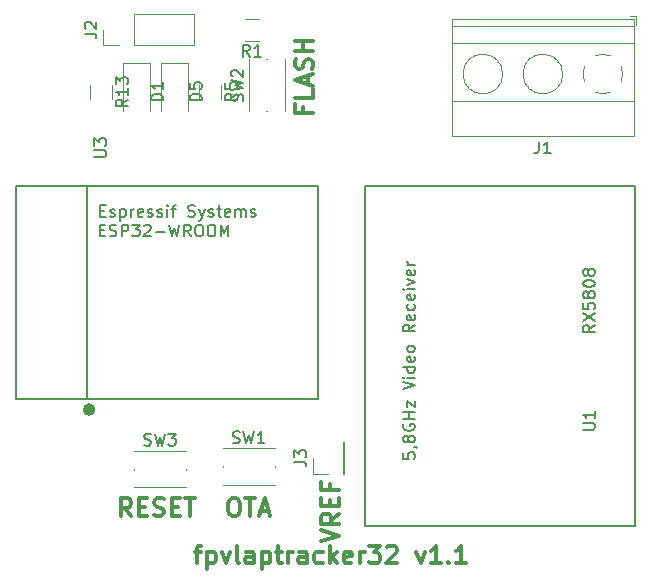
<source format=gbr>
G04 #@! TF.GenerationSoftware,KiCad,Pcbnew,5.0.0-fee4fd1~66~ubuntu16.04.1*
G04 #@! TF.CreationDate,2018-09-10T21:40:52+02:00*
G04 #@! TF.ProjectId,fpvlaptracker32,6670766C6170747261636B657233322E,rev?*
G04 #@! TF.SameCoordinates,Original*
G04 #@! TF.FileFunction,Legend,Top*
G04 #@! TF.FilePolarity,Positive*
%FSLAX46Y46*%
G04 Gerber Fmt 4.6, Leading zero omitted, Abs format (unit mm)*
G04 Created by KiCad (PCBNEW 5.0.0-fee4fd1~66~ubuntu16.04.1) date Mon Sep 10 21:40:52 2018*
%MOMM*%
%LPD*%
G01*
G04 APERTURE LIST*
%ADD10C,0.300000*%
%ADD11C,0.120000*%
%ADD12C,0.150000*%
%ADD13C,0.500000*%
G04 APERTURE END LIST*
D10*
X155678571Y-122321428D02*
X157178571Y-121821428D01*
X155678571Y-121321428D01*
X157178571Y-119964285D02*
X156464285Y-120464285D01*
X157178571Y-120821428D02*
X155678571Y-120821428D01*
X155678571Y-120250000D01*
X155750000Y-120107142D01*
X155821428Y-120035714D01*
X155964285Y-119964285D01*
X156178571Y-119964285D01*
X156321428Y-120035714D01*
X156392857Y-120107142D01*
X156464285Y-120250000D01*
X156464285Y-120821428D01*
X156392857Y-119321428D02*
X156392857Y-118821428D01*
X157178571Y-118607142D02*
X157178571Y-119321428D01*
X155678571Y-119321428D01*
X155678571Y-118607142D01*
X156392857Y-117464285D02*
X156392857Y-117964285D01*
X157178571Y-117964285D02*
X155678571Y-117964285D01*
X155678571Y-117250000D01*
X154142857Y-85535714D02*
X154142857Y-86035714D01*
X154928571Y-86035714D02*
X153428571Y-86035714D01*
X153428571Y-85321428D01*
X154928571Y-84035714D02*
X154928571Y-84750000D01*
X153428571Y-84750000D01*
X154500000Y-83607142D02*
X154500000Y-82892857D01*
X154928571Y-83750000D02*
X153428571Y-83250000D01*
X154928571Y-82750000D01*
X154857142Y-82321428D02*
X154928571Y-82107142D01*
X154928571Y-81750000D01*
X154857142Y-81607142D01*
X154785714Y-81535714D01*
X154642857Y-81464285D01*
X154500000Y-81464285D01*
X154357142Y-81535714D01*
X154285714Y-81607142D01*
X154214285Y-81750000D01*
X154142857Y-82035714D01*
X154071428Y-82178571D01*
X154000000Y-82250000D01*
X153857142Y-82321428D01*
X153714285Y-82321428D01*
X153571428Y-82250000D01*
X153500000Y-82178571D01*
X153428571Y-82035714D01*
X153428571Y-81678571D01*
X153500000Y-81464285D01*
X154928571Y-80821428D02*
X153428571Y-80821428D01*
X154142857Y-80821428D02*
X154142857Y-79964285D01*
X154928571Y-79964285D02*
X153428571Y-79964285D01*
X139571428Y-120178571D02*
X139071428Y-119464285D01*
X138714285Y-120178571D02*
X138714285Y-118678571D01*
X139285714Y-118678571D01*
X139428571Y-118750000D01*
X139500000Y-118821428D01*
X139571428Y-118964285D01*
X139571428Y-119178571D01*
X139500000Y-119321428D01*
X139428571Y-119392857D01*
X139285714Y-119464285D01*
X138714285Y-119464285D01*
X140214285Y-119392857D02*
X140714285Y-119392857D01*
X140928571Y-120178571D02*
X140214285Y-120178571D01*
X140214285Y-118678571D01*
X140928571Y-118678571D01*
X141500000Y-120107142D02*
X141714285Y-120178571D01*
X142071428Y-120178571D01*
X142214285Y-120107142D01*
X142285714Y-120035714D01*
X142357142Y-119892857D01*
X142357142Y-119750000D01*
X142285714Y-119607142D01*
X142214285Y-119535714D01*
X142071428Y-119464285D01*
X141785714Y-119392857D01*
X141642857Y-119321428D01*
X141571428Y-119250000D01*
X141500000Y-119107142D01*
X141500000Y-118964285D01*
X141571428Y-118821428D01*
X141642857Y-118750000D01*
X141785714Y-118678571D01*
X142142857Y-118678571D01*
X142357142Y-118750000D01*
X143000000Y-119392857D02*
X143500000Y-119392857D01*
X143714285Y-120178571D02*
X143000000Y-120178571D01*
X143000000Y-118678571D01*
X143714285Y-118678571D01*
X144142857Y-118678571D02*
X145000000Y-118678571D01*
X144571428Y-120178571D02*
X144571428Y-118678571D01*
X148142857Y-118678571D02*
X148428571Y-118678571D01*
X148571428Y-118750000D01*
X148714285Y-118892857D01*
X148785714Y-119178571D01*
X148785714Y-119678571D01*
X148714285Y-119964285D01*
X148571428Y-120107142D01*
X148428571Y-120178571D01*
X148142857Y-120178571D01*
X148000000Y-120107142D01*
X147857142Y-119964285D01*
X147785714Y-119678571D01*
X147785714Y-119178571D01*
X147857142Y-118892857D01*
X148000000Y-118750000D01*
X148142857Y-118678571D01*
X149214285Y-118678571D02*
X150071428Y-118678571D01*
X149642857Y-120178571D02*
X149642857Y-118678571D01*
X150500000Y-119750000D02*
X151214285Y-119750000D01*
X150357142Y-120178571D02*
X150857142Y-118678571D01*
X151357142Y-120178571D01*
X144928571Y-123178571D02*
X145500000Y-123178571D01*
X145142857Y-124178571D02*
X145142857Y-122892857D01*
X145214285Y-122750000D01*
X145357142Y-122678571D01*
X145500000Y-122678571D01*
X146000000Y-123178571D02*
X146000000Y-124678571D01*
X146000000Y-123250000D02*
X146142857Y-123178571D01*
X146428571Y-123178571D01*
X146571428Y-123250000D01*
X146642857Y-123321428D01*
X146714285Y-123464285D01*
X146714285Y-123892857D01*
X146642857Y-124035714D01*
X146571428Y-124107142D01*
X146428571Y-124178571D01*
X146142857Y-124178571D01*
X146000000Y-124107142D01*
X147214285Y-123178571D02*
X147571428Y-124178571D01*
X147928571Y-123178571D01*
X148714285Y-124178571D02*
X148571428Y-124107142D01*
X148500000Y-123964285D01*
X148500000Y-122678571D01*
X149928571Y-124178571D02*
X149928571Y-123392857D01*
X149857142Y-123250000D01*
X149714285Y-123178571D01*
X149428571Y-123178571D01*
X149285714Y-123250000D01*
X149928571Y-124107142D02*
X149785714Y-124178571D01*
X149428571Y-124178571D01*
X149285714Y-124107142D01*
X149214285Y-123964285D01*
X149214285Y-123821428D01*
X149285714Y-123678571D01*
X149428571Y-123607142D01*
X149785714Y-123607142D01*
X149928571Y-123535714D01*
X150642857Y-123178571D02*
X150642857Y-124678571D01*
X150642857Y-123250000D02*
X150785714Y-123178571D01*
X151071428Y-123178571D01*
X151214285Y-123250000D01*
X151285714Y-123321428D01*
X151357142Y-123464285D01*
X151357142Y-123892857D01*
X151285714Y-124035714D01*
X151214285Y-124107142D01*
X151071428Y-124178571D01*
X150785714Y-124178571D01*
X150642857Y-124107142D01*
X151785714Y-123178571D02*
X152357142Y-123178571D01*
X152000000Y-122678571D02*
X152000000Y-123964285D01*
X152071428Y-124107142D01*
X152214285Y-124178571D01*
X152357142Y-124178571D01*
X152857142Y-124178571D02*
X152857142Y-123178571D01*
X152857142Y-123464285D02*
X152928571Y-123321428D01*
X153000000Y-123250000D01*
X153142857Y-123178571D01*
X153285714Y-123178571D01*
X154428571Y-124178571D02*
X154428571Y-123392857D01*
X154357142Y-123250000D01*
X154214285Y-123178571D01*
X153928571Y-123178571D01*
X153785714Y-123250000D01*
X154428571Y-124107142D02*
X154285714Y-124178571D01*
X153928571Y-124178571D01*
X153785714Y-124107142D01*
X153714285Y-123964285D01*
X153714285Y-123821428D01*
X153785714Y-123678571D01*
X153928571Y-123607142D01*
X154285714Y-123607142D01*
X154428571Y-123535714D01*
X155785714Y-124107142D02*
X155642857Y-124178571D01*
X155357142Y-124178571D01*
X155214285Y-124107142D01*
X155142857Y-124035714D01*
X155071428Y-123892857D01*
X155071428Y-123464285D01*
X155142857Y-123321428D01*
X155214285Y-123250000D01*
X155357142Y-123178571D01*
X155642857Y-123178571D01*
X155785714Y-123250000D01*
X156428571Y-124178571D02*
X156428571Y-122678571D01*
X156571428Y-123607142D02*
X157000000Y-124178571D01*
X157000000Y-123178571D02*
X156428571Y-123750000D01*
X158214285Y-124107142D02*
X158071428Y-124178571D01*
X157785714Y-124178571D01*
X157642857Y-124107142D01*
X157571428Y-123964285D01*
X157571428Y-123392857D01*
X157642857Y-123250000D01*
X157785714Y-123178571D01*
X158071428Y-123178571D01*
X158214285Y-123250000D01*
X158285714Y-123392857D01*
X158285714Y-123535714D01*
X157571428Y-123678571D01*
X158928571Y-124178571D02*
X158928571Y-123178571D01*
X158928571Y-123464285D02*
X159000000Y-123321428D01*
X159071428Y-123250000D01*
X159214285Y-123178571D01*
X159357142Y-123178571D01*
X159714285Y-122678571D02*
X160642857Y-122678571D01*
X160142857Y-123250000D01*
X160357142Y-123250000D01*
X160500000Y-123321428D01*
X160571428Y-123392857D01*
X160642857Y-123535714D01*
X160642857Y-123892857D01*
X160571428Y-124035714D01*
X160500000Y-124107142D01*
X160357142Y-124178571D01*
X159928571Y-124178571D01*
X159785714Y-124107142D01*
X159714285Y-124035714D01*
X161214285Y-122821428D02*
X161285714Y-122750000D01*
X161428571Y-122678571D01*
X161785714Y-122678571D01*
X161928571Y-122750000D01*
X162000000Y-122821428D01*
X162071428Y-122964285D01*
X162071428Y-123107142D01*
X162000000Y-123321428D01*
X161142857Y-124178571D01*
X162071428Y-124178571D01*
X163714285Y-123178571D02*
X164071428Y-124178571D01*
X164428571Y-123178571D01*
X165785714Y-124178571D02*
X164928571Y-124178571D01*
X165357142Y-124178571D02*
X165357142Y-122678571D01*
X165214285Y-122892857D01*
X165071428Y-123035714D01*
X164928571Y-123107142D01*
X166428571Y-124035714D02*
X166500000Y-124107142D01*
X166428571Y-124178571D01*
X166357142Y-124107142D01*
X166428571Y-124035714D01*
X166428571Y-124178571D01*
X167928571Y-124178571D02*
X167071428Y-124178571D01*
X167500000Y-124178571D02*
X167500000Y-122678571D01*
X167357142Y-122892857D01*
X167214285Y-123035714D01*
X167071428Y-123107142D01*
D11*
G04 #@! TO.C,SW2*
X151100000Y-85900000D02*
X151000000Y-85900000D01*
X149500000Y-81500000D02*
X149500000Y-85900000D01*
X152600000Y-85900000D02*
X152600000Y-81500000D01*
X151100000Y-81500000D02*
X151000000Y-81500000D01*
G04 #@! TO.C,SW3*
X139800000Y-116250000D02*
X139800000Y-116150000D01*
X144200000Y-114650000D02*
X139800000Y-114650000D01*
X139800000Y-117750000D02*
X144200000Y-117750000D01*
X144200000Y-116250000D02*
X144200000Y-116150000D01*
G04 #@! TO.C,SW1*
X147300000Y-116050000D02*
X147300000Y-115950000D01*
X151700000Y-114450000D02*
X147300000Y-114450000D01*
X147300000Y-117550000D02*
X151700000Y-117550000D01*
X151700000Y-116050000D02*
X151700000Y-115950000D01*
G04 #@! TO.C,J1*
X178816682Y-81215244D02*
G75*
G02X179500000Y-81070000I683318J-1534756D01*
G01*
X177964574Y-83433042D02*
G75*
G02X177965000Y-82066000I1535426J683042D01*
G01*
X180183042Y-84285426D02*
G75*
G02X178816000Y-84285000I-683042J1535426D01*
G01*
X181035426Y-82066958D02*
G75*
G02X181035000Y-83434000I-1535426J-683042D01*
G01*
X179471195Y-81069747D02*
G75*
G02X180184000Y-81215000I28805J-1680253D01*
G01*
X176100000Y-82750000D02*
G75*
G03X176100000Y-82750000I-1680000J0D01*
G01*
X171020000Y-82750000D02*
G75*
G03X171020000Y-82750000I-1680000J0D01*
G01*
X182100000Y-78650000D02*
X166740000Y-78650000D01*
X182100000Y-80150000D02*
X166740000Y-80150000D01*
X182100000Y-85051000D02*
X166740000Y-85051000D01*
X182100000Y-88011000D02*
X166740000Y-88011000D01*
X182100000Y-78090000D02*
X166740000Y-78090000D01*
X182100000Y-88011000D02*
X182100000Y-78090000D01*
X166740000Y-88011000D02*
X166740000Y-78090000D01*
X173145000Y-83819000D02*
X173192000Y-83773000D01*
X175454000Y-81511000D02*
X175489000Y-81476000D01*
X173350000Y-84025000D02*
X173385000Y-83989000D01*
X175647000Y-81727000D02*
X175694000Y-81681000D01*
X168065000Y-83819000D02*
X168112000Y-83773000D01*
X170374000Y-81511000D02*
X170409000Y-81476000D01*
X168270000Y-84025000D02*
X168305000Y-83989000D01*
X170567000Y-81727000D02*
X170614000Y-81681000D01*
X182340000Y-78590000D02*
X182340000Y-77850000D01*
X182340000Y-77850000D02*
X181840000Y-77850000D01*
D12*
G04 #@! TO.C,U1*
X159320000Y-92190000D02*
X159320000Y-120990000D01*
X159320000Y-120990000D02*
X182180000Y-120990000D01*
X182180000Y-120990000D02*
X182180000Y-92190000D01*
X182180000Y-92190000D02*
X159320000Y-92190000D01*
D11*
G04 #@! TO.C,R1*
X150364564Y-78090000D02*
X149160436Y-78090000D01*
X150364564Y-79910000D02*
X149160436Y-79910000D01*
G04 #@! TO.C,R13*
X137910000Y-83660436D02*
X137910000Y-84864564D01*
X136090000Y-83660436D02*
X136090000Y-84864564D01*
D13*
G04 #@! TO.C,U3*
X136279981Y-111156000D02*
G75*
G03X136279981Y-111156000I-283981J0D01*
G01*
D12*
X135850000Y-92250000D02*
X135850000Y-110250000D01*
X129850000Y-110250000D02*
X155350000Y-110250000D01*
X129850000Y-92250000D02*
X155350000Y-92250000D01*
X155350000Y-92250000D02*
X155350000Y-110250000D01*
X129850000Y-92250000D02*
X129850000Y-110250000D01*
D11*
G04 #@! TO.C,D1*
X138865000Y-81777500D02*
X138865000Y-85837500D01*
X141135000Y-81777500D02*
X138865000Y-81777500D01*
X141135000Y-85837500D02*
X141135000Y-81777500D01*
G04 #@! TO.C,D5*
X144385000Y-85837500D02*
X144385000Y-81777500D01*
X144385000Y-81777500D02*
X142115000Y-81777500D01*
X142115000Y-81777500D02*
X142115000Y-85837500D01*
G04 #@! TO.C,R5*
X147160000Y-83635436D02*
X147160000Y-84839564D01*
X145340000Y-83635436D02*
X145340000Y-84839564D01*
G04 #@! TO.C,J2*
X144910000Y-80330000D02*
X144910000Y-77670000D01*
X139770000Y-80330000D02*
X144910000Y-80330000D01*
X139770000Y-77670000D02*
X144910000Y-77670000D01*
X139770000Y-80330000D02*
X139770000Y-77670000D01*
X138500000Y-80330000D02*
X137170000Y-80330000D01*
X137170000Y-80330000D02*
X137170000Y-79000000D01*
G04 #@! TO.C,J3*
X157580000Y-116580000D02*
X157580000Y-113920000D01*
X157520000Y-116580000D02*
X157580000Y-116580000D01*
X157520000Y-113920000D02*
X157580000Y-113920000D01*
X157520000Y-116580000D02*
X157520000Y-113920000D01*
X156250000Y-116580000D02*
X154920000Y-116580000D01*
X154920000Y-116580000D02*
X154920000Y-115250000D01*
G04 #@! TO.C,SW2*
D12*
X149004761Y-85033333D02*
X149052380Y-84890476D01*
X149052380Y-84652380D01*
X149004761Y-84557142D01*
X148957142Y-84509523D01*
X148861904Y-84461904D01*
X148766666Y-84461904D01*
X148671428Y-84509523D01*
X148623809Y-84557142D01*
X148576190Y-84652380D01*
X148528571Y-84842857D01*
X148480952Y-84938095D01*
X148433333Y-84985714D01*
X148338095Y-85033333D01*
X148242857Y-85033333D01*
X148147619Y-84985714D01*
X148100000Y-84938095D01*
X148052380Y-84842857D01*
X148052380Y-84604761D01*
X148100000Y-84461904D01*
X148052380Y-84128571D02*
X149052380Y-83890476D01*
X148338095Y-83700000D01*
X149052380Y-83509523D01*
X148052380Y-83271428D01*
X148147619Y-82938095D02*
X148100000Y-82890476D01*
X148052380Y-82795238D01*
X148052380Y-82557142D01*
X148100000Y-82461904D01*
X148147619Y-82414285D01*
X148242857Y-82366666D01*
X148338095Y-82366666D01*
X148480952Y-82414285D01*
X149052380Y-82985714D01*
X149052380Y-82366666D01*
G04 #@! TO.C,SW3*
X140666666Y-114154761D02*
X140809523Y-114202380D01*
X141047619Y-114202380D01*
X141142857Y-114154761D01*
X141190476Y-114107142D01*
X141238095Y-114011904D01*
X141238095Y-113916666D01*
X141190476Y-113821428D01*
X141142857Y-113773809D01*
X141047619Y-113726190D01*
X140857142Y-113678571D01*
X140761904Y-113630952D01*
X140714285Y-113583333D01*
X140666666Y-113488095D01*
X140666666Y-113392857D01*
X140714285Y-113297619D01*
X140761904Y-113250000D01*
X140857142Y-113202380D01*
X141095238Y-113202380D01*
X141238095Y-113250000D01*
X141571428Y-113202380D02*
X141809523Y-114202380D01*
X142000000Y-113488095D01*
X142190476Y-114202380D01*
X142428571Y-113202380D01*
X142714285Y-113202380D02*
X143333333Y-113202380D01*
X143000000Y-113583333D01*
X143142857Y-113583333D01*
X143238095Y-113630952D01*
X143285714Y-113678571D01*
X143333333Y-113773809D01*
X143333333Y-114011904D01*
X143285714Y-114107142D01*
X143238095Y-114154761D01*
X143142857Y-114202380D01*
X142857142Y-114202380D01*
X142761904Y-114154761D01*
X142714285Y-114107142D01*
G04 #@! TO.C,SW1*
X148166666Y-113954761D02*
X148309523Y-114002380D01*
X148547619Y-114002380D01*
X148642857Y-113954761D01*
X148690476Y-113907142D01*
X148738095Y-113811904D01*
X148738095Y-113716666D01*
X148690476Y-113621428D01*
X148642857Y-113573809D01*
X148547619Y-113526190D01*
X148357142Y-113478571D01*
X148261904Y-113430952D01*
X148214285Y-113383333D01*
X148166666Y-113288095D01*
X148166666Y-113192857D01*
X148214285Y-113097619D01*
X148261904Y-113050000D01*
X148357142Y-113002380D01*
X148595238Y-113002380D01*
X148738095Y-113050000D01*
X149071428Y-113002380D02*
X149309523Y-114002380D01*
X149500000Y-113288095D01*
X149690476Y-114002380D01*
X149928571Y-113002380D01*
X150833333Y-114002380D02*
X150261904Y-114002380D01*
X150547619Y-114002380D02*
X150547619Y-113002380D01*
X150452380Y-113145238D01*
X150357142Y-113240476D01*
X150261904Y-113288095D01*
G04 #@! TO.C,J1*
X174086666Y-88462380D02*
X174086666Y-89176666D01*
X174039047Y-89319523D01*
X173943809Y-89414761D01*
X173800952Y-89462380D01*
X173705714Y-89462380D01*
X175086666Y-89462380D02*
X174515238Y-89462380D01*
X174800952Y-89462380D02*
X174800952Y-88462380D01*
X174705714Y-88605238D01*
X174610476Y-88700476D01*
X174515238Y-88748095D01*
G04 #@! TO.C,U1*
X177822380Y-112861904D02*
X178631904Y-112861904D01*
X178727142Y-112814285D01*
X178774761Y-112766666D01*
X178822380Y-112671428D01*
X178822380Y-112480952D01*
X178774761Y-112385714D01*
X178727142Y-112338095D01*
X178631904Y-112290476D01*
X177822380Y-112290476D01*
X178822380Y-111290476D02*
X178822380Y-111861904D01*
X178822380Y-111576190D02*
X177822380Y-111576190D01*
X177965238Y-111671428D01*
X178060476Y-111766666D01*
X178108095Y-111861904D01*
X178822380Y-104011428D02*
X178346190Y-104344761D01*
X178822380Y-104582857D02*
X177822380Y-104582857D01*
X177822380Y-104201904D01*
X177870000Y-104106666D01*
X177917619Y-104059047D01*
X178012857Y-104011428D01*
X178155714Y-104011428D01*
X178250952Y-104059047D01*
X178298571Y-104106666D01*
X178346190Y-104201904D01*
X178346190Y-104582857D01*
X177822380Y-103678095D02*
X178822380Y-103011428D01*
X177822380Y-103011428D02*
X178822380Y-103678095D01*
X177822380Y-102154285D02*
X177822380Y-102630476D01*
X178298571Y-102678095D01*
X178250952Y-102630476D01*
X178203333Y-102535238D01*
X178203333Y-102297142D01*
X178250952Y-102201904D01*
X178298571Y-102154285D01*
X178393809Y-102106666D01*
X178631904Y-102106666D01*
X178727142Y-102154285D01*
X178774761Y-102201904D01*
X178822380Y-102297142D01*
X178822380Y-102535238D01*
X178774761Y-102630476D01*
X178727142Y-102678095D01*
X178250952Y-101535238D02*
X178203333Y-101630476D01*
X178155714Y-101678095D01*
X178060476Y-101725714D01*
X178012857Y-101725714D01*
X177917619Y-101678095D01*
X177870000Y-101630476D01*
X177822380Y-101535238D01*
X177822380Y-101344761D01*
X177870000Y-101249523D01*
X177917619Y-101201904D01*
X178012857Y-101154285D01*
X178060476Y-101154285D01*
X178155714Y-101201904D01*
X178203333Y-101249523D01*
X178250952Y-101344761D01*
X178250952Y-101535238D01*
X178298571Y-101630476D01*
X178346190Y-101678095D01*
X178441428Y-101725714D01*
X178631904Y-101725714D01*
X178727142Y-101678095D01*
X178774761Y-101630476D01*
X178822380Y-101535238D01*
X178822380Y-101344761D01*
X178774761Y-101249523D01*
X178727142Y-101201904D01*
X178631904Y-101154285D01*
X178441428Y-101154285D01*
X178346190Y-101201904D01*
X178298571Y-101249523D01*
X178250952Y-101344761D01*
X177822380Y-100535238D02*
X177822380Y-100440000D01*
X177870000Y-100344761D01*
X177917619Y-100297142D01*
X178012857Y-100249523D01*
X178203333Y-100201904D01*
X178441428Y-100201904D01*
X178631904Y-100249523D01*
X178727142Y-100297142D01*
X178774761Y-100344761D01*
X178822380Y-100440000D01*
X178822380Y-100535238D01*
X178774761Y-100630476D01*
X178727142Y-100678095D01*
X178631904Y-100725714D01*
X178441428Y-100773333D01*
X178203333Y-100773333D01*
X178012857Y-100725714D01*
X177917619Y-100678095D01*
X177870000Y-100630476D01*
X177822380Y-100535238D01*
X178250952Y-99630476D02*
X178203333Y-99725714D01*
X178155714Y-99773333D01*
X178060476Y-99820952D01*
X178012857Y-99820952D01*
X177917619Y-99773333D01*
X177870000Y-99725714D01*
X177822380Y-99630476D01*
X177822380Y-99440000D01*
X177870000Y-99344761D01*
X177917619Y-99297142D01*
X178012857Y-99249523D01*
X178060476Y-99249523D01*
X178155714Y-99297142D01*
X178203333Y-99344761D01*
X178250952Y-99440000D01*
X178250952Y-99630476D01*
X178298571Y-99725714D01*
X178346190Y-99773333D01*
X178441428Y-99820952D01*
X178631904Y-99820952D01*
X178727142Y-99773333D01*
X178774761Y-99725714D01*
X178822380Y-99630476D01*
X178822380Y-99440000D01*
X178774761Y-99344761D01*
X178727142Y-99297142D01*
X178631904Y-99249523D01*
X178441428Y-99249523D01*
X178346190Y-99297142D01*
X178298571Y-99344761D01*
X178250952Y-99440000D01*
X162582380Y-114829523D02*
X162582380Y-115305714D01*
X163058571Y-115353333D01*
X163010952Y-115305714D01*
X162963333Y-115210476D01*
X162963333Y-114972380D01*
X163010952Y-114877142D01*
X163058571Y-114829523D01*
X163153809Y-114781904D01*
X163391904Y-114781904D01*
X163487142Y-114829523D01*
X163534761Y-114877142D01*
X163582380Y-114972380D01*
X163582380Y-115210476D01*
X163534761Y-115305714D01*
X163487142Y-115353333D01*
X163534761Y-114305714D02*
X163582380Y-114305714D01*
X163677619Y-114353333D01*
X163725238Y-114400952D01*
X163010952Y-113734285D02*
X162963333Y-113829523D01*
X162915714Y-113877142D01*
X162820476Y-113924761D01*
X162772857Y-113924761D01*
X162677619Y-113877142D01*
X162630000Y-113829523D01*
X162582380Y-113734285D01*
X162582380Y-113543809D01*
X162630000Y-113448571D01*
X162677619Y-113400952D01*
X162772857Y-113353333D01*
X162820476Y-113353333D01*
X162915714Y-113400952D01*
X162963333Y-113448571D01*
X163010952Y-113543809D01*
X163010952Y-113734285D01*
X163058571Y-113829523D01*
X163106190Y-113877142D01*
X163201428Y-113924761D01*
X163391904Y-113924761D01*
X163487142Y-113877142D01*
X163534761Y-113829523D01*
X163582380Y-113734285D01*
X163582380Y-113543809D01*
X163534761Y-113448571D01*
X163487142Y-113400952D01*
X163391904Y-113353333D01*
X163201428Y-113353333D01*
X163106190Y-113400952D01*
X163058571Y-113448571D01*
X163010952Y-113543809D01*
X162630000Y-112400952D02*
X162582380Y-112496190D01*
X162582380Y-112639047D01*
X162630000Y-112781904D01*
X162725238Y-112877142D01*
X162820476Y-112924761D01*
X163010952Y-112972380D01*
X163153809Y-112972380D01*
X163344285Y-112924761D01*
X163439523Y-112877142D01*
X163534761Y-112781904D01*
X163582380Y-112639047D01*
X163582380Y-112543809D01*
X163534761Y-112400952D01*
X163487142Y-112353333D01*
X163153809Y-112353333D01*
X163153809Y-112543809D01*
X163582380Y-111924761D02*
X162582380Y-111924761D01*
X163058571Y-111924761D02*
X163058571Y-111353333D01*
X163582380Y-111353333D02*
X162582380Y-111353333D01*
X162915714Y-110972380D02*
X162915714Y-110448571D01*
X163582380Y-110972380D01*
X163582380Y-110448571D01*
X162582380Y-109448571D02*
X163582380Y-109115238D01*
X162582380Y-108781904D01*
X163582380Y-108448571D02*
X162915714Y-108448571D01*
X162582380Y-108448571D02*
X162630000Y-108496190D01*
X162677619Y-108448571D01*
X162630000Y-108400952D01*
X162582380Y-108448571D01*
X162677619Y-108448571D01*
X163582380Y-107543809D02*
X162582380Y-107543809D01*
X163534761Y-107543809D02*
X163582380Y-107639047D01*
X163582380Y-107829523D01*
X163534761Y-107924761D01*
X163487142Y-107972380D01*
X163391904Y-108020000D01*
X163106190Y-108020000D01*
X163010952Y-107972380D01*
X162963333Y-107924761D01*
X162915714Y-107829523D01*
X162915714Y-107639047D01*
X162963333Y-107543809D01*
X163534761Y-106686666D02*
X163582380Y-106781904D01*
X163582380Y-106972380D01*
X163534761Y-107067619D01*
X163439523Y-107115238D01*
X163058571Y-107115238D01*
X162963333Y-107067619D01*
X162915714Y-106972380D01*
X162915714Y-106781904D01*
X162963333Y-106686666D01*
X163058571Y-106639047D01*
X163153809Y-106639047D01*
X163249047Y-107115238D01*
X163582380Y-106067619D02*
X163534761Y-106162857D01*
X163487142Y-106210476D01*
X163391904Y-106258095D01*
X163106190Y-106258095D01*
X163010952Y-106210476D01*
X162963333Y-106162857D01*
X162915714Y-106067619D01*
X162915714Y-105924761D01*
X162963333Y-105829523D01*
X163010952Y-105781904D01*
X163106190Y-105734285D01*
X163391904Y-105734285D01*
X163487142Y-105781904D01*
X163534761Y-105829523D01*
X163582380Y-105924761D01*
X163582380Y-106067619D01*
X163582380Y-103972380D02*
X163106190Y-104305714D01*
X163582380Y-104543809D02*
X162582380Y-104543809D01*
X162582380Y-104162857D01*
X162630000Y-104067619D01*
X162677619Y-104020000D01*
X162772857Y-103972380D01*
X162915714Y-103972380D01*
X163010952Y-104020000D01*
X163058571Y-104067619D01*
X163106190Y-104162857D01*
X163106190Y-104543809D01*
X163534761Y-103162857D02*
X163582380Y-103258095D01*
X163582380Y-103448571D01*
X163534761Y-103543809D01*
X163439523Y-103591428D01*
X163058571Y-103591428D01*
X162963333Y-103543809D01*
X162915714Y-103448571D01*
X162915714Y-103258095D01*
X162963333Y-103162857D01*
X163058571Y-103115238D01*
X163153809Y-103115238D01*
X163249047Y-103591428D01*
X163534761Y-102258095D02*
X163582380Y-102353333D01*
X163582380Y-102543809D01*
X163534761Y-102639047D01*
X163487142Y-102686666D01*
X163391904Y-102734285D01*
X163106190Y-102734285D01*
X163010952Y-102686666D01*
X162963333Y-102639047D01*
X162915714Y-102543809D01*
X162915714Y-102353333D01*
X162963333Y-102258095D01*
X163534761Y-101448571D02*
X163582380Y-101543809D01*
X163582380Y-101734285D01*
X163534761Y-101829523D01*
X163439523Y-101877142D01*
X163058571Y-101877142D01*
X162963333Y-101829523D01*
X162915714Y-101734285D01*
X162915714Y-101543809D01*
X162963333Y-101448571D01*
X163058571Y-101400952D01*
X163153809Y-101400952D01*
X163249047Y-101877142D01*
X163582380Y-100972380D02*
X162915714Y-100972380D01*
X162582380Y-100972380D02*
X162630000Y-101020000D01*
X162677619Y-100972380D01*
X162630000Y-100924761D01*
X162582380Y-100972380D01*
X162677619Y-100972380D01*
X162915714Y-100591428D02*
X163582380Y-100353333D01*
X162915714Y-100115238D01*
X163534761Y-99353333D02*
X163582380Y-99448571D01*
X163582380Y-99639047D01*
X163534761Y-99734285D01*
X163439523Y-99781904D01*
X163058571Y-99781904D01*
X162963333Y-99734285D01*
X162915714Y-99639047D01*
X162915714Y-99448571D01*
X162963333Y-99353333D01*
X163058571Y-99305714D01*
X163153809Y-99305714D01*
X163249047Y-99781904D01*
X163582380Y-98877142D02*
X162915714Y-98877142D01*
X163106190Y-98877142D02*
X163010952Y-98829523D01*
X162963333Y-98781904D01*
X162915714Y-98686666D01*
X162915714Y-98591428D01*
G04 #@! TO.C,R1*
X149595833Y-81272380D02*
X149262500Y-80796190D01*
X149024404Y-81272380D02*
X149024404Y-80272380D01*
X149405357Y-80272380D01*
X149500595Y-80320000D01*
X149548214Y-80367619D01*
X149595833Y-80462857D01*
X149595833Y-80605714D01*
X149548214Y-80700952D01*
X149500595Y-80748571D01*
X149405357Y-80796190D01*
X149024404Y-80796190D01*
X150548214Y-81272380D02*
X149976785Y-81272380D01*
X150262500Y-81272380D02*
X150262500Y-80272380D01*
X150167261Y-80415238D01*
X150072023Y-80510476D01*
X149976785Y-80558095D01*
G04 #@! TO.C,R13*
X139272380Y-84905357D02*
X138796190Y-85238690D01*
X139272380Y-85476785D02*
X138272380Y-85476785D01*
X138272380Y-85095833D01*
X138320000Y-85000595D01*
X138367619Y-84952976D01*
X138462857Y-84905357D01*
X138605714Y-84905357D01*
X138700952Y-84952976D01*
X138748571Y-85000595D01*
X138796190Y-85095833D01*
X138796190Y-85476785D01*
X139272380Y-83952976D02*
X139272380Y-84524404D01*
X139272380Y-84238690D02*
X138272380Y-84238690D01*
X138415238Y-84333928D01*
X138510476Y-84429166D01*
X138558095Y-84524404D01*
X138272380Y-83619642D02*
X138272380Y-83000595D01*
X138653333Y-83333928D01*
X138653333Y-83191071D01*
X138700952Y-83095833D01*
X138748571Y-83048214D01*
X138843809Y-83000595D01*
X139081904Y-83000595D01*
X139177142Y-83048214D01*
X139224761Y-83095833D01*
X139272380Y-83191071D01*
X139272380Y-83476785D01*
X139224761Y-83572023D01*
X139177142Y-83619642D01*
G04 #@! TO.C,U3*
X136452380Y-89761904D02*
X137261904Y-89761904D01*
X137357142Y-89714285D01*
X137404761Y-89666666D01*
X137452380Y-89571428D01*
X137452380Y-89380952D01*
X137404761Y-89285714D01*
X137357142Y-89238095D01*
X137261904Y-89190476D01*
X136452380Y-89190476D01*
X136452380Y-88809523D02*
X136452380Y-88190476D01*
X136833333Y-88523809D01*
X136833333Y-88380952D01*
X136880952Y-88285714D01*
X136928571Y-88238095D01*
X137023809Y-88190476D01*
X137261904Y-88190476D01*
X137357142Y-88238095D01*
X137404761Y-88285714D01*
X137452380Y-88380952D01*
X137452380Y-88666666D01*
X137404761Y-88761904D01*
X137357142Y-88809523D01*
X136917571Y-94320571D02*
X137250904Y-94320571D01*
X137393761Y-94844380D02*
X136917571Y-94844380D01*
X136917571Y-93844380D01*
X137393761Y-93844380D01*
X137774714Y-94796761D02*
X137869952Y-94844380D01*
X138060428Y-94844380D01*
X138155666Y-94796761D01*
X138203285Y-94701523D01*
X138203285Y-94653904D01*
X138155666Y-94558666D01*
X138060428Y-94511047D01*
X137917571Y-94511047D01*
X137822333Y-94463428D01*
X137774714Y-94368190D01*
X137774714Y-94320571D01*
X137822333Y-94225333D01*
X137917571Y-94177714D01*
X138060428Y-94177714D01*
X138155666Y-94225333D01*
X138631857Y-94177714D02*
X138631857Y-95177714D01*
X138631857Y-94225333D02*
X138727095Y-94177714D01*
X138917571Y-94177714D01*
X139012809Y-94225333D01*
X139060428Y-94272952D01*
X139108047Y-94368190D01*
X139108047Y-94653904D01*
X139060428Y-94749142D01*
X139012809Y-94796761D01*
X138917571Y-94844380D01*
X138727095Y-94844380D01*
X138631857Y-94796761D01*
X139536619Y-94844380D02*
X139536619Y-94177714D01*
X139536619Y-94368190D02*
X139584238Y-94272952D01*
X139631857Y-94225333D01*
X139727095Y-94177714D01*
X139822333Y-94177714D01*
X140536619Y-94796761D02*
X140441380Y-94844380D01*
X140250904Y-94844380D01*
X140155666Y-94796761D01*
X140108047Y-94701523D01*
X140108047Y-94320571D01*
X140155666Y-94225333D01*
X140250904Y-94177714D01*
X140441380Y-94177714D01*
X140536619Y-94225333D01*
X140584238Y-94320571D01*
X140584238Y-94415809D01*
X140108047Y-94511047D01*
X140965190Y-94796761D02*
X141060428Y-94844380D01*
X141250904Y-94844380D01*
X141346142Y-94796761D01*
X141393761Y-94701523D01*
X141393761Y-94653904D01*
X141346142Y-94558666D01*
X141250904Y-94511047D01*
X141108047Y-94511047D01*
X141012809Y-94463428D01*
X140965190Y-94368190D01*
X140965190Y-94320571D01*
X141012809Y-94225333D01*
X141108047Y-94177714D01*
X141250904Y-94177714D01*
X141346142Y-94225333D01*
X141774714Y-94796761D02*
X141869952Y-94844380D01*
X142060428Y-94844380D01*
X142155666Y-94796761D01*
X142203285Y-94701523D01*
X142203285Y-94653904D01*
X142155666Y-94558666D01*
X142060428Y-94511047D01*
X141917571Y-94511047D01*
X141822333Y-94463428D01*
X141774714Y-94368190D01*
X141774714Y-94320571D01*
X141822333Y-94225333D01*
X141917571Y-94177714D01*
X142060428Y-94177714D01*
X142155666Y-94225333D01*
X142631857Y-94844380D02*
X142631857Y-94177714D01*
X142631857Y-93844380D02*
X142584238Y-93892000D01*
X142631857Y-93939619D01*
X142679476Y-93892000D01*
X142631857Y-93844380D01*
X142631857Y-93939619D01*
X142965190Y-94177714D02*
X143346142Y-94177714D01*
X143108047Y-94844380D02*
X143108047Y-93987238D01*
X143155666Y-93892000D01*
X143250904Y-93844380D01*
X143346142Y-93844380D01*
X144393761Y-94796761D02*
X144536619Y-94844380D01*
X144774714Y-94844380D01*
X144869952Y-94796761D01*
X144917571Y-94749142D01*
X144965190Y-94653904D01*
X144965190Y-94558666D01*
X144917571Y-94463428D01*
X144869952Y-94415809D01*
X144774714Y-94368190D01*
X144584238Y-94320571D01*
X144489000Y-94272952D01*
X144441380Y-94225333D01*
X144393761Y-94130095D01*
X144393761Y-94034857D01*
X144441380Y-93939619D01*
X144489000Y-93892000D01*
X144584238Y-93844380D01*
X144822333Y-93844380D01*
X144965190Y-93892000D01*
X145298523Y-94177714D02*
X145536619Y-94844380D01*
X145774714Y-94177714D02*
X145536619Y-94844380D01*
X145441380Y-95082476D01*
X145393761Y-95130095D01*
X145298523Y-95177714D01*
X146108047Y-94796761D02*
X146203285Y-94844380D01*
X146393761Y-94844380D01*
X146489000Y-94796761D01*
X146536619Y-94701523D01*
X146536619Y-94653904D01*
X146489000Y-94558666D01*
X146393761Y-94511047D01*
X146250904Y-94511047D01*
X146155666Y-94463428D01*
X146108047Y-94368190D01*
X146108047Y-94320571D01*
X146155666Y-94225333D01*
X146250904Y-94177714D01*
X146393761Y-94177714D01*
X146489000Y-94225333D01*
X146822333Y-94177714D02*
X147203285Y-94177714D01*
X146965190Y-93844380D02*
X146965190Y-94701523D01*
X147012809Y-94796761D01*
X147108047Y-94844380D01*
X147203285Y-94844380D01*
X147917571Y-94796761D02*
X147822333Y-94844380D01*
X147631857Y-94844380D01*
X147536619Y-94796761D01*
X147489000Y-94701523D01*
X147489000Y-94320571D01*
X147536619Y-94225333D01*
X147631857Y-94177714D01*
X147822333Y-94177714D01*
X147917571Y-94225333D01*
X147965190Y-94320571D01*
X147965190Y-94415809D01*
X147489000Y-94511047D01*
X148393761Y-94844380D02*
X148393761Y-94177714D01*
X148393761Y-94272952D02*
X148441380Y-94225333D01*
X148536619Y-94177714D01*
X148679476Y-94177714D01*
X148774714Y-94225333D01*
X148822333Y-94320571D01*
X148822333Y-94844380D01*
X148822333Y-94320571D02*
X148869952Y-94225333D01*
X148965190Y-94177714D01*
X149108047Y-94177714D01*
X149203285Y-94225333D01*
X149250904Y-94320571D01*
X149250904Y-94844380D01*
X149679476Y-94796761D02*
X149774714Y-94844380D01*
X149965190Y-94844380D01*
X150060428Y-94796761D01*
X150108047Y-94701523D01*
X150108047Y-94653904D01*
X150060428Y-94558666D01*
X149965190Y-94511047D01*
X149822333Y-94511047D01*
X149727095Y-94463428D01*
X149679476Y-94368190D01*
X149679476Y-94320571D01*
X149727095Y-94225333D01*
X149822333Y-94177714D01*
X149965190Y-94177714D01*
X150060428Y-94225333D01*
X136893619Y-95971571D02*
X137226952Y-95971571D01*
X137369809Y-96495380D02*
X136893619Y-96495380D01*
X136893619Y-95495380D01*
X137369809Y-95495380D01*
X137750761Y-96447761D02*
X137893619Y-96495380D01*
X138131714Y-96495380D01*
X138226952Y-96447761D01*
X138274571Y-96400142D01*
X138322190Y-96304904D01*
X138322190Y-96209666D01*
X138274571Y-96114428D01*
X138226952Y-96066809D01*
X138131714Y-96019190D01*
X137941238Y-95971571D01*
X137846000Y-95923952D01*
X137798380Y-95876333D01*
X137750761Y-95781095D01*
X137750761Y-95685857D01*
X137798380Y-95590619D01*
X137846000Y-95543000D01*
X137941238Y-95495380D01*
X138179333Y-95495380D01*
X138322190Y-95543000D01*
X138750761Y-96495380D02*
X138750761Y-95495380D01*
X139131714Y-95495380D01*
X139226952Y-95543000D01*
X139274571Y-95590619D01*
X139322190Y-95685857D01*
X139322190Y-95828714D01*
X139274571Y-95923952D01*
X139226952Y-95971571D01*
X139131714Y-96019190D01*
X138750761Y-96019190D01*
X139655523Y-95495380D02*
X140274571Y-95495380D01*
X139941238Y-95876333D01*
X140084095Y-95876333D01*
X140179333Y-95923952D01*
X140226952Y-95971571D01*
X140274571Y-96066809D01*
X140274571Y-96304904D01*
X140226952Y-96400142D01*
X140179333Y-96447761D01*
X140084095Y-96495380D01*
X139798380Y-96495380D01*
X139703142Y-96447761D01*
X139655523Y-96400142D01*
X140655523Y-95590619D02*
X140703142Y-95543000D01*
X140798380Y-95495380D01*
X141036476Y-95495380D01*
X141131714Y-95543000D01*
X141179333Y-95590619D01*
X141226952Y-95685857D01*
X141226952Y-95781095D01*
X141179333Y-95923952D01*
X140607904Y-96495380D01*
X141226952Y-96495380D01*
X141655523Y-96114428D02*
X142417428Y-96114428D01*
X142798380Y-95495380D02*
X143036476Y-96495380D01*
X143226952Y-95781095D01*
X143417428Y-96495380D01*
X143655523Y-95495380D01*
X144607904Y-96495380D02*
X144274571Y-96019190D01*
X144036476Y-96495380D02*
X144036476Y-95495380D01*
X144417428Y-95495380D01*
X144512666Y-95543000D01*
X144560285Y-95590619D01*
X144607904Y-95685857D01*
X144607904Y-95828714D01*
X144560285Y-95923952D01*
X144512666Y-95971571D01*
X144417428Y-96019190D01*
X144036476Y-96019190D01*
X145226952Y-95495380D02*
X145417428Y-95495380D01*
X145512666Y-95543000D01*
X145607904Y-95638238D01*
X145655523Y-95828714D01*
X145655523Y-96162047D01*
X145607904Y-96352523D01*
X145512666Y-96447761D01*
X145417428Y-96495380D01*
X145226952Y-96495380D01*
X145131714Y-96447761D01*
X145036476Y-96352523D01*
X144988857Y-96162047D01*
X144988857Y-95828714D01*
X145036476Y-95638238D01*
X145131714Y-95543000D01*
X145226952Y-95495380D01*
X146274571Y-95495380D02*
X146465047Y-95495380D01*
X146560285Y-95543000D01*
X146655523Y-95638238D01*
X146703142Y-95828714D01*
X146703142Y-96162047D01*
X146655523Y-96352523D01*
X146560285Y-96447761D01*
X146465047Y-96495380D01*
X146274571Y-96495380D01*
X146179333Y-96447761D01*
X146084095Y-96352523D01*
X146036476Y-96162047D01*
X146036476Y-95828714D01*
X146084095Y-95638238D01*
X146179333Y-95543000D01*
X146274571Y-95495380D01*
X147131714Y-96495380D02*
X147131714Y-95495380D01*
X147465047Y-96209666D01*
X147798380Y-95495380D01*
X147798380Y-96495380D01*
G04 #@! TO.C,D1*
X142272380Y-84975595D02*
X141272380Y-84975595D01*
X141272380Y-84737500D01*
X141320000Y-84594642D01*
X141415238Y-84499404D01*
X141510476Y-84451785D01*
X141700952Y-84404166D01*
X141843809Y-84404166D01*
X142034285Y-84451785D01*
X142129523Y-84499404D01*
X142224761Y-84594642D01*
X142272380Y-84737500D01*
X142272380Y-84975595D01*
X142272380Y-83451785D02*
X142272380Y-84023214D01*
X142272380Y-83737500D02*
X141272380Y-83737500D01*
X141415238Y-83832738D01*
X141510476Y-83927976D01*
X141558095Y-84023214D01*
G04 #@! TO.C,D5*
X145522380Y-84975595D02*
X144522380Y-84975595D01*
X144522380Y-84737500D01*
X144570000Y-84594642D01*
X144665238Y-84499404D01*
X144760476Y-84451785D01*
X144950952Y-84404166D01*
X145093809Y-84404166D01*
X145284285Y-84451785D01*
X145379523Y-84499404D01*
X145474761Y-84594642D01*
X145522380Y-84737500D01*
X145522380Y-84975595D01*
X144522380Y-83499404D02*
X144522380Y-83975595D01*
X144998571Y-84023214D01*
X144950952Y-83975595D01*
X144903333Y-83880357D01*
X144903333Y-83642261D01*
X144950952Y-83547023D01*
X144998571Y-83499404D01*
X145093809Y-83451785D01*
X145331904Y-83451785D01*
X145427142Y-83499404D01*
X145474761Y-83547023D01*
X145522380Y-83642261D01*
X145522380Y-83880357D01*
X145474761Y-83975595D01*
X145427142Y-84023214D01*
G04 #@! TO.C,R5*
X148522380Y-84404166D02*
X148046190Y-84737500D01*
X148522380Y-84975595D02*
X147522380Y-84975595D01*
X147522380Y-84594642D01*
X147570000Y-84499404D01*
X147617619Y-84451785D01*
X147712857Y-84404166D01*
X147855714Y-84404166D01*
X147950952Y-84451785D01*
X147998571Y-84499404D01*
X148046190Y-84594642D01*
X148046190Y-84975595D01*
X147522380Y-83499404D02*
X147522380Y-83975595D01*
X147998571Y-84023214D01*
X147950952Y-83975595D01*
X147903333Y-83880357D01*
X147903333Y-83642261D01*
X147950952Y-83547023D01*
X147998571Y-83499404D01*
X148093809Y-83451785D01*
X148331904Y-83451785D01*
X148427142Y-83499404D01*
X148474761Y-83547023D01*
X148522380Y-83642261D01*
X148522380Y-83880357D01*
X148474761Y-83975595D01*
X148427142Y-84023214D01*
G04 #@! TO.C,J2*
X135622380Y-79333333D02*
X136336666Y-79333333D01*
X136479523Y-79380952D01*
X136574761Y-79476190D01*
X136622380Y-79619047D01*
X136622380Y-79714285D01*
X135717619Y-78904761D02*
X135670000Y-78857142D01*
X135622380Y-78761904D01*
X135622380Y-78523809D01*
X135670000Y-78428571D01*
X135717619Y-78380952D01*
X135812857Y-78333333D01*
X135908095Y-78333333D01*
X136050952Y-78380952D01*
X136622380Y-78952380D01*
X136622380Y-78333333D01*
G04 #@! TO.C,J3*
X153372380Y-115583333D02*
X154086666Y-115583333D01*
X154229523Y-115630952D01*
X154324761Y-115726190D01*
X154372380Y-115869047D01*
X154372380Y-115964285D01*
X153372380Y-115202380D02*
X153372380Y-114583333D01*
X153753333Y-114916666D01*
X153753333Y-114773809D01*
X153800952Y-114678571D01*
X153848571Y-114630952D01*
X153943809Y-114583333D01*
X154181904Y-114583333D01*
X154277142Y-114630952D01*
X154324761Y-114678571D01*
X154372380Y-114773809D01*
X154372380Y-115059523D01*
X154324761Y-115154761D01*
X154277142Y-115202380D01*
G04 #@! TD*
M02*

</source>
